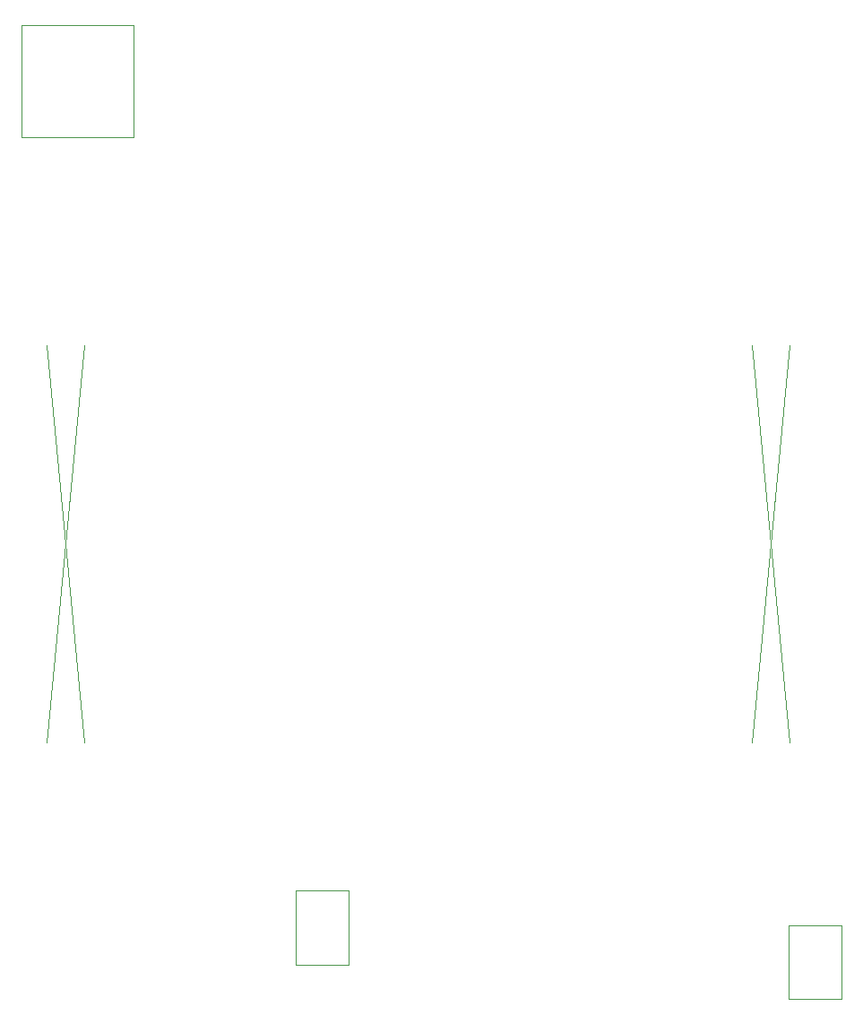
<source format=gbr>
G04*
G04 #@! TF.GenerationSoftware,Altium Limited,Altium Designer,24.2.2 (26)*
G04*
G04 Layer_Color=153*
%FSLAX25Y25*%
%MOIN*%
G70*
G04*
G04 #@! TF.SameCoordinates,80A8E479-4E92-43EF-BFA2-91FD1FC97BD2*
G04*
G04*
G04 #@! TF.FilePolarity,Positive*
G04*
G01*
G75*
%ADD16C,0.00394*%
%ADD342C,0.00100*%
D16*
X170387Y-26792D02*
Y14940D01*
X212120D01*
Y-26792D02*
Y14940D01*
X170387Y-26792D02*
X212120D01*
X475649Y-347215D02*
Y-319656D01*
X455964Y-347215D02*
X475649D01*
X455964D02*
Y-319656D01*
X475649D01*
X292135Y-334497D02*
Y-306938D01*
X272450Y-334497D02*
X292135D01*
X272450D02*
Y-306938D01*
X292135D01*
D342*
X442275Y-104306D02*
X456055Y-251806D01*
X442275D02*
X456055Y-104306D01*
X180023D02*
X193803Y-251806D01*
X180023D02*
X193803Y-104306D01*
M02*

</source>
